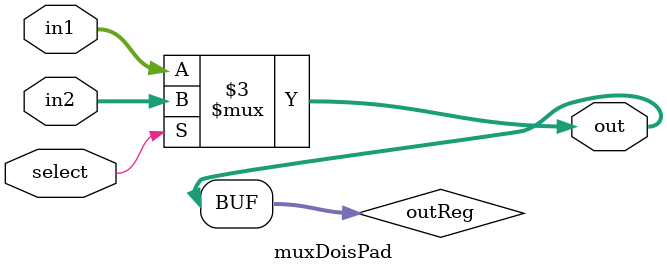
<source format=v>
module muxDoisPad(in1,in2,select,out);
	input[31:0] in1, in2;
	input select;
	output wire[31:0] out;
	reg[31:0] outReg;
	assign out = outReg;
	always @(*) 
		if(select) outReg = in2;
		else outReg = in1;
endmodule
</source>
